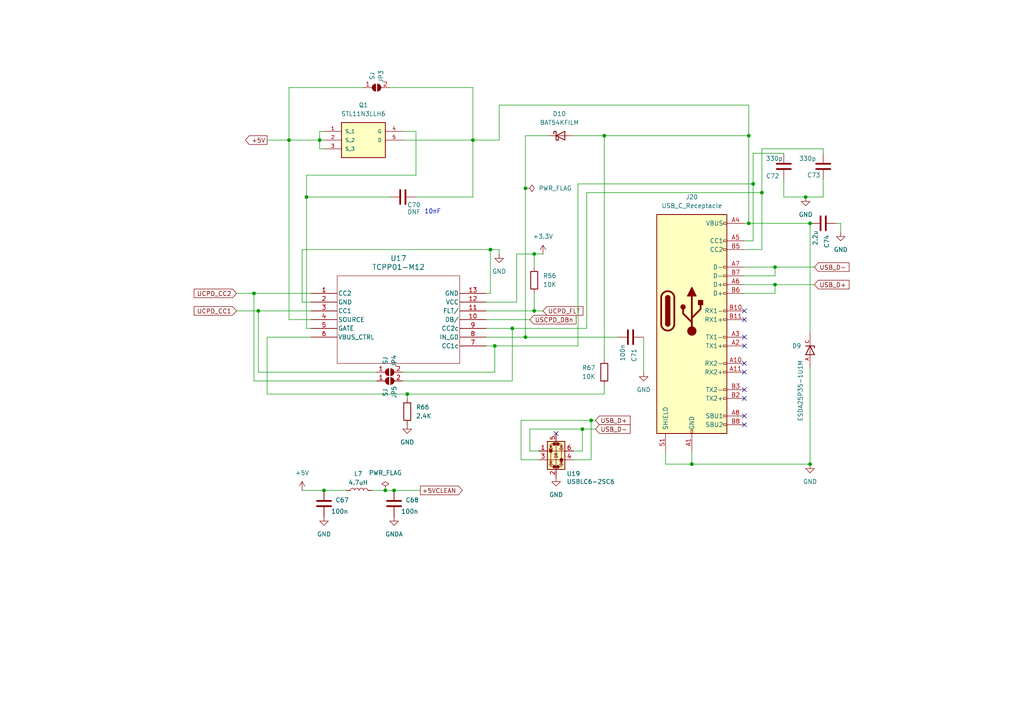
<source format=kicad_sch>
(kicad_sch (version 20250114) (generator "eeschema") (generator_version "9.0")
  (paper "A4")
  (lib_symbols
    (symbol "Connector:USB_C_Receptacle" (pin_names (offset 1.016))
      (property "Reference" "J" (at -10.16 29.21 0))
      (property "Value" "USB_C_Receptacle" (at 10.16 29.21 0))
      (symbol "USB_C_Receptacle_0_0"
        (rectangle (start -0.254 -35.56) (end 0.254 -34.544))
        (rectangle (start 10.16 25.654) (end 9.144 25.146))
        (rectangle (start 10.16 20.574) (end 9.144 20.066))
        (rectangle (start 10.16 18.034) (end 9.144 17.526))
        (rectangle (start 10.16 12.954) (end 9.144 12.446))
        (rectangle (start 10.16 10.414) (end 9.144 9.906))
        (rectangle (start 10.16 7.874) (end 9.144 7.366))
        (rectangle (start 10.16 5.334) (end 9.144 4.826))
        (rectangle (start 10.16 0.254) (end 9.144 -0.254))
        (rectangle (start 10.16 -2.286) (end 9.144 -2.794))
        (rectangle (start 10.16 -7.366) (end 9.144 -7.874))
        (rectangle (start 10.16 -9.906) (end 9.144 -10.414))
        (rectangle (start 10.16 -14.986) (end 9.144 -15.494))
        (rectangle (start 10.16 -17.526) (end 9.144 -18.034))
        (rectangle (start 10.16 -22.606) (end 9.144 -23.114))
        (rectangle (start 10.16 -25.146) (end 9.144 -25.654))
        (rectangle (start 10.16 -30.226) (end 9.144 -30.734))
        (rectangle (start 10.16 -32.766) (end 9.144 -33.274))
      )
      (symbol "USB_C_Receptacle_0_1"
        (rectangle (start -10.16 27.94) (end 10.16 -35.56) (stroke (width 0.254)) (fill (type background)))
        (polyline (pts (xy -8.89 -3.81) (xy -8.89 3.81)) (stroke (width 0.508)))
        (rectangle (start -7.62 -3.81) (end -6.35 3.81) (stroke (width 0.254)) (fill (type outline)))
        (arc (start -7.62 3.81) (mid -6.985 4.4423) (end -6.35 3.81) (stroke (width 0.254)))
        (arc (start -7.62 3.81) (mid -6.985 4.4423) (end -6.35 3.81) (stroke (width 0.254)) (fill (type outline)))
        (arc (start -8.89 3.81) (mid -6.985 5.7067) (end -5.08 3.81) (stroke (width 0.508)))
        (arc (start -5.08 -3.81) (mid -6.985 -5.7067) (end -8.89 -3.81) (stroke (width 0.508)))
        (arc (start -6.35 -3.81) (mid -6.985 -4.4423) (end -7.62 -3.81) (stroke (width 0.254)))
        (arc (start -6.35 -3.81) (mid -6.985 -4.4423) (end -7.62 -3.81) (stroke (width 0.254)) (fill (type outline)))
        (polyline (pts (xy -5.08 3.81) (xy -5.08 -3.81)) (stroke (width 0.508)))
      )
      (symbol "USB_C_Receptacle_1_1"
        (circle (center -2.54 1.143) (radius 0.635) (stroke (width 0.254)) (fill (type outline)))
        (polyline (pts (xy -1.27 4.318) (xy 0 6.858) (xy 1.27 4.318) (xy -1.27 4.318)) (stroke (width 0.254)) (fill (type outline)))
        (polyline (pts (xy 0 -2.032) (xy 2.54 0.508) (xy 2.54 1.778)) (stroke (width 0.508)))
        (polyline (pts (xy 0 -3.302) (xy -2.54 -0.762) (xy -2.54 0.508)) (stroke (width 0.508)))
        (polyline (pts (xy 0 -5.842) (xy 0 4.318)) (stroke (width 0.508)))
        (circle (center 0 -5.842) (radius 1.27) (fill (type outline)))
        (rectangle (start 1.905 1.778) (end 3.175 3.048) (stroke (width 0.254)) (fill (type outline)))
        (pin passive line (at -7.62 -40.64 90) (length 5.08) (name "SHIELD") (number "S1"))
        (pin passive line (at 0 -40.64 90) (length 5.08) (name "GND") (number "A1"))
        (pin passive line (at 0 -40.64 90) (length 5.08) (hide yes) (name "GND") (number "A12"))
        (pin passive line (at 0 -40.64 90) (length 5.08) (hide yes) (name "GND") (number "B1"))
        (pin passive line (at 0 -40.64 90) (length 5.08) (hide yes) (name "GND") (number "B12"))
        (pin passive line (at 15.24 25.4 180) (length 5.08) (name "VBUS") (number "A4"))
        (pin passive line (at 15.24 25.4 180) (length 5.08) (hide yes) (name "VBUS") (number "A9"))
        (pin passive line (at 15.24 25.4 180) (length 5.08) (hide yes) (name "VBUS") (number "B4"))
        (pin passive line (at 15.24 25.4 180) (length 5.08) (hide yes) (name "VBUS") (number "B9"))
        (pin bidirectional line (at 15.24 20.32 180) (length 5.08) (name "CC1") (number "A5"))
        (pin bidirectional line (at 15.24 17.78 180) (length 5.08) (name "CC2") (number "B5"))
        (pin bidirectional line (at 15.24 12.7 180) (length 5.08) (name "D-") (number "A7"))
        (pin bidirectional line (at 15.24 10.16 180) (length 5.08) (name "D-") (number "B7"))
        (pin bidirectional line (at 15.24 7.62 180) (length 5.08) (name "D+") (number "A6"))
        (pin bidirectional line (at 15.24 5.08 180) (length 5.08) (name "D+") (number "B6"))
        (pin bidirectional line (at 15.24 0 180) (length 5.08) (name "RX1-") (number "B10"))
        (pin bidirectional line (at 15.24 -2.54 180) (length 5.08) (name "RX1+") (number "B11"))
        (pin bidirectional line (at 15.24 -7.62 180) (length 5.08) (name "TX1-") (number "A3"))
        (pin bidirectional line (at 15.24 -10.16 180) (length 5.08) (name "TX1+") (number "A2"))
        (pin bidirectional line (at 15.24 -15.24 180) (length 5.08) (name "RX2-") (number "A10"))
        (pin bidirectional line (at 15.24 -17.78 180) (length 5.08) (name "RX2+") (number "A11"))
        (pin bidirectional line (at 15.24 -22.86 180) (length 5.08) (name "TX2-") (number "B3"))
        (pin bidirectional line (at 15.24 -25.4 180) (length 5.08) (name "TX2+") (number "B2"))
        (pin bidirectional line (at 15.24 -30.48 180) (length 5.08) (name "SBU1") (number "A8"))
        (pin bidirectional line (at 15.24 -33.02 180) (length 5.08) (name "SBU2") (number "B8"))
      )
    )
    (symbol "Device:C" (pin_numbers (hide yes)) (pin_names (offset 0.254))
      (property "Reference" "C" (at 0.635 2.54 0))
      (property "Value" "C" (at 0.635 -2.54 0))
      (symbol "C_0_1"
        (polyline (pts (xy -2.032 0.762) (xy 2.032 0.762)) (stroke (width 0.508)))
        (polyline (pts (xy -2.032 -0.762) (xy 2.032 -0.762)) (stroke (width 0.508)))
      )
      (symbol "C_1_1"
        (pin passive line (at 0 3.81 270) (length 2.794) (name "~") (number "1"))
        (pin passive line (at 0 -3.81 90) (length 2.794) (name "~") (number "2"))
      )
    )
    (symbol "Device:D_Schottky" (pin_numbers (hide yes)) (pin_names (offset 1.016) (hide yes))
      (property "Reference" "D" (at 0 2.54 0))
      (property "Value" "D_Schottky" (at 0 -2.54 0))
      (symbol "D_Schottky_0_1"
        (polyline (pts (xy -1.905 0.635) (xy -1.905 1.27) (xy -1.27 1.27) (xy -1.27 -1.27) (xy -0.635 -1.27) (xy -0.635 -0.635)) (stroke (width 0.254)))
        (polyline (pts (xy 1.27 1.27) (xy 1.27 -1.27) (xy -1.27 0) (xy 1.27 1.27)) (stroke (width 0.254)))
        (polyline (pts (xy 1.27 0) (xy -1.27 0)))
      )
      (symbol "D_Schottky_1_1"
        (pin passive line (at -3.81 0 0) (length 2.54) (name "K") (number "1"))
        (pin passive line (at 3.81 0 180) (length 2.54) (name "A") (number "2"))
      )
    )
    (symbol "Device:L" (pin_numbers (hide yes)) (pin_names (offset 1.016) (hide yes))
      (property "Reference" "L" (at -1.27 0 90))
      (property "Value" "L" (at 1.905 0 90))
      (symbol "L_0_1"
        (arc (start 0 2.54) (mid 0.6323 1.905) (end 0 1.27))
        (arc (start 0 1.27) (mid 0.6323 0.635) (end 0 0))
        (arc (start 0 0) (mid 0.6323 -0.635) (end 0 -1.27))
        (arc (start 0 -1.27) (mid 0.6323 -1.905) (end 0 -2.54))
      )
      (symbol "L_1_1"
        (pin passive line (at 0 3.81 270) (length 1.27) (name "1") (number "1"))
        (pin passive line (at 0 -3.81 90) (length 1.27) (name "2") (number "2"))
      )
    )
    (symbol "Device:R" (pin_numbers (hide yes)) (pin_names (offset 0))
      (property "Reference" "R" (at 2.032 0 90))
      (property "Value" "R" (at 0 0 90))
      (symbol "R_0_1"
        (rectangle (start -1.016 -2.54) (end 1.016 2.54) (stroke (width 0.254)))
      )
      (symbol "R_1_1"
        (pin passive line (at 0 3.81 270) (length 1.27) (name "~") (number "1"))
        (pin passive line (at 0 -3.81 90) (length 1.27) (name "~") (number "2"))
      )
    )
    (symbol "GND_1" (power) (pin_numbers (hide yes)) (pin_names (offset 0) (hide yes))
      (property "Value" "GND" (at 0 -3.81 0))
      (symbol "GND_1_0_1"
        (polyline (pts (xy 0 0) (xy 0 -1.27) (xy 1.27 -1.27) (xy 0 -2.54) (xy -1.27 -1.27) (xy 0 -1.27)))
      )
      (symbol "GND_1_1_1"
        (pin power_in line (at 0 0 270) (length 0) (name "~") (number "1"))
      )
    )
    (symbol "GND_2" (power) (pin_numbers (hide yes)) (pin_names (offset 0) (hide yes))
      (property "Value" "GND" (at 0 -3.81 0))
      (symbol "GND_2_0_1"
        (polyline (pts (xy 0 0) (xy 0 -1.27) (xy 1.27 -1.27) (xy 0 -2.54) (xy -1.27 -1.27) (xy 0 -1.27)))
      )
      (symbol "GND_2_1_1"
        (pin power_in line (at 0 0 270) (length 0) (name "~") (number "1"))
      )
    )
    (symbol "GND_3" (power) (pin_numbers (hide yes)) (pin_names (offset 0) (hide yes))
      (property "Value" "GND" (at 0 -3.81 0))
      (symbol "GND_3_0_1"
        (polyline (pts (xy 0 0) (xy 0 -1.27) (xy 1.27 -1.27) (xy 0 -2.54) (xy -1.27 -1.27) (xy 0 -1.27)))
      )
      (symbol "GND_3_1_1"
        (pin power_in line (at 0 0 270) (length 0) (name "~") (number "1"))
      )
    )
    (symbol "GND_4" (power) (pin_numbers (hide yes)) (pin_names (offset 0) (hide yes))
      (property "Value" "GND" (at 0 -3.81 0))
      (symbol "GND_4_0_1"
        (polyline (pts (xy 0 0) (xy 0 -1.27) (xy 1.27 -1.27) (xy 0 -2.54) (xy -1.27 -1.27) (xy 0 -1.27)))
      )
      (symbol "GND_4_1_1"
        (pin power_in line (at 0 0 270) (length 0) (name "~") (number "1"))
      )
    )
    (symbol "GND_5" (power) (pin_numbers (hide yes)) (pin_names (offset 0) (hide yes))
      (property "Value" "GND" (at 0 -3.81 0))
      (symbol "GND_5_0_1"
        (polyline (pts (xy 0 0) (xy 0 -1.27) (xy 1.27 -1.27) (xy 0 -2.54) (xy -1.27 -1.27) (xy 0 -1.27)))
      )
      (symbol "GND_5_1_1"
        (pin power_in line (at 0 0 270) (length 0) (name "~") (number "1"))
      )
    )
    (symbol "GND_6" (power) (pin_numbers (hide yes)) (pin_names (offset 0) (hide yes))
      (property "Value" "GND" (at 0 -3.81 0))
      (symbol "GND_6_0_1"
        (polyline (pts (xy 0 0) (xy 0 -1.27) (xy 1.27 -1.27) (xy 0 -2.54) (xy -1.27 -1.27) (xy 0 -1.27)))
      )
      (symbol "GND_6_1_1"
        (pin power_in line (at 0 0 270) (length 0) (name "~") (number "1"))
      )
    )
    (symbol "GND_7" (power) (pin_numbers (hide yes)) (pin_names (offset 0) (hide yes))
      (property "Value" "GND" (at 0 -3.81 0))
      (symbol "GND_7_0_1"
        (polyline (pts (xy 0 0) (xy 0 -1.27) (xy 1.27 -1.27) (xy 0 -2.54) (xy -1.27 -1.27) (xy 0 -1.27)))
      )
      (symbol "GND_7_1_1"
        (pin power_in line (at 0 0 270) (length 0) (name "~") (number "1"))
      )
    )
    (symbol "Power_Protection:USBLC6-2SC6" (pin_names (hide yes))
      (property "Reference" "U" (at 0.635 5.715 0))
      (property "Value" "USBLC6-2SC6" (at 0.635 3.81 0))
      (symbol "USBLC6-2SC6_0_0"
        (circle (center -1.524 0) (radius 0.0001) (stroke (width 0.508)))
        (circle (center -0.508 2.032) (radius 0.0001) (stroke (width 0.508)))
        (circle (center -0.508 -4.572) (radius 0.0001) (stroke (width 0.508)))
        (circle (center 0.508 2.032) (radius 0.0001) (stroke (width 0.508)))
        (circle (center 0.508 -4.572) (radius 0.0001) (stroke (width 0.508)))
        (circle (center 1.524 -2.54) (radius 0.0001) (stroke (width 0.508)))
      )
      (symbol "USBLC6-2SC6_0_1"
        (polyline (pts (xy -2.54 0) (xy 2.54 0)))
        (polyline (pts (xy -2.54 -2.54) (xy 2.54 -2.54)))
        (polyline (pts (xy -2.032 0.508) (xy -1.016 0.508) (xy -1.524 1.524) (xy -2.032 0.508)))
        (polyline (pts (xy -2.032 -3.048) (xy -1.016 -3.048)))
        (polyline (pts (xy -1.016 1.524) (xy -2.032 1.524)))
        (polyline (pts (xy -1.016 -4.064) (xy -2.032 -4.064) (xy -1.524 -3.048) (xy -1.016 -4.064)))
        (polyline (pts (xy -0.508 -1.143) (xy -0.508 -0.762) (xy 0.508 -0.762)))
        (polyline (pts (xy 0 2.54) (xy -0.508 2.032) (xy 0.508 2.032) (xy 0 1.524) (xy 0 -4.064) (xy -0.508 -4.572) (xy 0.508 -4.572) (xy 0 -5.08)))
        (polyline (pts (xy 0.508 -1.778) (xy -0.508 -1.778) (xy 0 -0.762) (xy 0.508 -1.778)))
        (polyline (pts (xy 1.016 1.524) (xy 2.032 1.524)))
        (polyline (pts (xy 1.016 -3.048) (xy 2.032 -3.048)))
        (polyline (pts (xy 2.032 0.508) (xy 1.016 0.508) (xy 1.524 1.524) (xy 2.032 0.508)))
        (polyline (pts (xy 2.032 -4.064) (xy 1.016 -4.064) (xy 1.524 -3.048) (xy 2.032 -4.064)))
      )
      (symbol "USBLC6-2SC6_1_1"
        (rectangle (start -2.54 2.794) (end 2.54 -5.334) (stroke (width 0.254)) (fill (type background)))
        (polyline (pts (xy -0.508 2.032) (xy -1.524 2.032) (xy -1.524 -4.572) (xy -0.508 -4.572)))
        (polyline (pts (xy 0.508 -4.572) (xy 1.524 -4.572) (xy 1.524 2.032) (xy 0.508 2.032)))
        (pin passive line (at -5.08 0 0) (length 2.54) (name "I/O1") (number "1"))
        (pin passive line (at -5.08 -2.54 0) (length 2.54) (name "I/O2") (number "3"))
        (pin passive line (at 0 5.08 270) (length 2.54) (name "VBUS") (number "5"))
        (pin passive line (at 0 -7.62 90) (length 2.54) (name "GND") (number "2"))
        (pin passive line (at 5.08 0 180) (length 2.54) (name "I/O1") (number "6"))
        (pin passive line (at 5.08 -2.54 180) (length 2.54) (name "I/O2") (number "4"))
      )
    )
    (symbol "SolderJumper_2_Open_1" (pin_names (offset 0) (hide yes))
      (property "Reference" "JP" (at 0 2.032 0))
      (property "Value" "SolderJumper_2_Open" (at 0 -2.54 0))
      (symbol "SolderJumper_2_Open_1_0_1"
        (polyline (pts (xy -0.254 1.016) (xy -0.254 -1.016)))
        (arc (start -0.254 -1.016) (mid -1.2656 0) (end -0.254 1.016))
        (arc (start -0.254 -1.016) (mid -1.2656 0) (end -0.254 1.016) (fill (type outline)))
        (arc (start 0.254 1.016) (mid 1.2656 0) (end 0.254 -1.016))
        (arc (start 0.254 1.016) (mid 1.2656 0) (end 0.254 -1.016) (fill (type outline)))
        (polyline (pts (xy 0.254 1.016) (xy 0.254 -1.016)))
      )
      (symbol "SolderJumper_2_Open_1_1_1"
        (pin passive line (at -3.81 0 0) (length 2.54) (name "A") (number "1"))
        (pin passive line (at 3.81 0 180) (length 2.54) (name "B") (number "2"))
      )
    )
    (symbol "USBLabTool:ESDA25P35-1U1M" (pin_names (offset 1.016))
      (property "Reference" "D" (at -5.0835 2.4159 0))
      (property "Value" "ESDA25P35-1U1M" (at -5.0854 -4.9611 0))
      (symbol "ESDA25P35-1U1M_0_0"
        (polyline (pts (xy -1.27 0) (xy -1.27 1.27)) (stroke (width 0.254)))
        (polyline (pts (xy -1.27 0) (xy 1.27 -1.27)) (stroke (width 0.254)))
        (polyline (pts (xy -1.27 -1.27) (xy -1.27 0)) (stroke (width 0.254)))
        (polyline (pts (xy -0.635 -1.27) (xy -1.27 -1.27)) (stroke (width 0.254)))
        (polyline (pts (xy 1.27 1.27) (xy -1.27 0)) (stroke (width 0.254)))
        (polyline (pts (xy 1.27 -1.27) (xy 1.27 1.27)) (stroke (width 0.254)))
        (pin passive line (at -5.08 0 0) (length 5.08) (name "~") (number "C"))
        (pin passive line (at 5.08 0 180) (length 5.08) (name "~") (number "A"))
      )
    )
    (symbol "USBLabTool:STL11N3LLH6" (pin_names (offset 1.016))
      (property "Reference" "Q" (at 19.05 7.62 0))
      (property "Value" "STL11N3LLH6" (at 19.05 5.08 0))
      (symbol "STL11N3LLH6_0_0"
        (rectangle (start 5.08 2.54) (end 17.78 -7.62) (stroke (width 0.254)) (fill (type background)))
      )
      (symbol "STL11N3LLH6_1_0"
        (pin passive line (at 0 0 0) (length 5.08) (name "S_1") (number "1"))
        (pin passive line (at 0 -2.54 0) (length 5.08) (name "S_2") (number "2"))
        (pin passive line (at 0 -5.08 0) (length 5.08) (name "S_3") (number "3"))
        (pin passive line (at 22.86 0 180) (length 5.08) (name "G") (number "4"))
        (pin passive line (at 22.86 -2.54 180) (length 5.08) (name "D") (number "5"))
      )
    )
    (symbol "USBLabTool:TCPP01-M12" (pin_names (offset 0.254))
      (property "Reference" "U" (at 25.4 10.16 0))
      (property "Value" "TCPP01-M12" (at 25.4 7.62 0))
      (symbol "TCPP01-M12_0_1"
        (polyline (pts (xy 7.62 5.08) (xy 7.62 -20.32)) (stroke (width 0.127)))
        (polyline (pts (xy 7.62 -20.32) (xy 43.18 -20.32)) (stroke (width 0.127)))
        (polyline (pts (xy 43.18 5.08) (xy 7.62 5.08)) (stroke (width 0.127)))
        (polyline (pts (xy 43.18 -20.32) (xy 43.18 5.08)) (stroke (width 0.127)))
        (pin bidirectional line (at 0 0 0) (length 7.62) (name "CC2") (number "1"))
        (pin bidirectional line (at 0 -5.08 0) (length 7.62) (name "CC1") (number "3"))
        (pin power_in line (at 50.8 -2.54 180) (length 7.62) (name "VCC") (number "12"))
        (pin bidirectional line (at 50.8 -10.16 180) (length 7.62) (name "CC2c") (number "9"))
        (pin bidirectional line (at 50.8 -15.24 180) (length 7.62) (name "CC1c") (number "7"))
      )
      (symbol "TCPP01-M12_1_1"
        (pin power_in line (at 0 -2.54 0) (length 7.62) (name "GND") (number "2"))
        (pin power_out line (at 0 -7.62 0) (length 7.62) (name "SOURCE") (number "4"))
        (pin output line (at 0 -10.16 0) (length 7.62) (name "GATE") (number "5"))
        (pin input line (at 0 -12.7 0) (length 7.62) (name "VBUS_CTRL") (number "6"))
        (pin power_in line (at 50.8 0 180) (length 7.62) (name "GND") (number "13"))
        (pin output line (at 50.8 -5.08 180) (length 7.62) (name "FLT/") (number "11"))
        (pin input line (at 50.8 -7.62 180) (length 7.62) (name "DB/") (number "10"))
        (pin power_in line (at 50.8 -12.7 180) (length 7.62) (name "IN_GD") (number "8"))
      )
    )
    (symbol "power:+3.3V" (power) (pin_numbers (hide yes)) (pin_names (offset 0) (hide yes))
      (property "Value" "+3.3V" (at 0 3.556 0))
      (symbol "+3.3V_0_1"
        (polyline (pts (xy -0.762 1.27) (xy 0 2.54)))
        (polyline (pts (xy 0 2.54) (xy 0.762 1.27)))
        (polyline (pts (xy 0 0) (xy 0 2.54)))
      )
      (symbol "+3.3V_1_1"
        (pin power_in line (at 0 0 90) (length 0) (name "~") (number "1"))
      )
    )
    (symbol "power:+5V" (power) (pin_numbers (hide yes)) (pin_names (offset 0) (hide yes))
      (property "Value" "+5V" (at 0 3.556 0))
      (symbol "+5V_0_1"
        (polyline (pts (xy -0.762 1.27) (xy 0 2.54)))
        (polyline (pts (xy 0 2.54) (xy 0.762 1.27)))
        (polyline (pts (xy 0 0) (xy 0 2.54)))
      )
      (symbol "+5V_1_1"
        (pin power_in line (at 0 0 90) (length 0) (name "~") (number "1"))
      )
    )
    (symbol "power:GND" (power) (pin_numbers (hide yes)) (pin_names (offset 0) (hide yes))
      (property "Value" "GND" (at 0 -3.81 0))
      (symbol "GND_0_1"
        (polyline (pts (xy 0 0) (xy 0 -1.27) (xy 1.27 -1.27) (xy 0 -2.54) (xy -1.27 -1.27) (xy 0 -1.27)))
      )
      (symbol "GND_1_1"
        (pin power_in line (at 0 0 270) (length 0) (name "~") (number "1"))
      )
    )
    (symbol "power:GNDA" (power) (pin_numbers (hide yes)) (pin_names (offset 0) (hide yes))
      (property "Value" "GNDA" (at 0 -3.81 0))
      (symbol "GNDA_0_1"
        (polyline (pts (xy 0 0) (xy 0 -1.27) (xy 1.27 -1.27) (xy 0 -2.54) (xy -1.27 -1.27) (xy 0 -1.27)))
      )
      (symbol "GNDA_1_1"
        (pin power_in line (at 0 0 270) (length 0) (name "~") (number "1"))
      )
    )
    (symbol "power:PWR_FLAG" (power) (pin_numbers (hide yes)) (pin_names (offset 0) (hide yes))
      (property "Value" "PWR_FLAG" (at 0 3.81 0))
      (symbol "PWR_FLAG_0_0"
        (pin power_out line (at 0 0 90) (length 0) (name "~") (number "1"))
      )
      (symbol "PWR_FLAG_0_1"
        (polyline (pts (xy 0 0) (xy 0 1.27) (xy -1.016 1.905) (xy 0 2.54) (xy 1.016 1.905) (xy 0 1.27)))
      )
    )
  )
  (text "10nF" (at 125.476 61.468 0) (effects (font (size 1.27 1.27))))
  (junction (at 234.95 134.62))
  (junction (at 93.98 142.24))
  (junction (at 111.76 142.24))
  (junction (at 224.79 77.47))
  (junction (at 154.94 73.66))
  (junction (at 143.51 100.33))
  (junction (at 220.98 55.88))
  (junction (at 154.94 90.17))
  (junction (at 217.17 39.37))
  (junction (at 118.11 114.3))
  (junction (at 152.4 54.61))
  (junction (at 148.59 95.25))
  (junction (at 114.3 142.24))
  (junction (at 83.82 40.64))
  (junction (at 137.16 40.64))
  (junction (at 74.93 90.17))
  (junction (at 224.79 82.55))
  (junction (at 168.91 124.46))
  (junction (at 171.45 121.92))
  (junction (at 88.9 57.15))
  (junction (at 175.26 39.37))
  (junction (at 217.17 64.77))
  (junction (at 218.44 53.34))
  (junction (at 233.68 57.15))
  (junction (at 142.24 72.39))
  (junction (at 152.4 97.79))
  (junction (at 234.95 64.77))
  (junction (at 92.71 40.64))
  (junction (at 200.66 134.62))
  (junction (at 73.66 85.09))
  (no_connect (at 215.9 107.95))
  (no_connect (at 215.9 105.41))
  (no_connect (at 215.9 113.03))
  (no_connect (at 215.9 92.71))
  (no_connect (at 215.9 90.17))
  (no_connect (at 215.9 123.19))
  (no_connect (at 215.9 120.65))
  (no_connect (at 215.9 97.79))
  (no_connect (at 161.29 125.73))
  (no_connect (at 215.9 115.57))
  (no_connect (at 215.9 100.33))
  (wire (pts (xy 77.47 97.79) (xy 90.17 97.79)))
  (wire (pts (xy 83.82 40.64) (xy 92.71 40.64)))
  (wire (pts (xy 243.84 64.77) (xy 242.57 64.77)))
  (wire (pts (xy 93.98 142.24) (xy 100.33 142.24)))
  (wire (pts (xy 220.98 55.88) (xy 170.18 55.88)))
  (wire (pts (xy 217.17 30.48) (xy 217.17 39.37)))
  (wire (pts (xy 148.59 95.25) (xy 170.18 95.25)))
  (wire (pts (xy 166.37 130.81) (xy 168.91 130.81)))
  (wire (pts (xy 151.13 133.35) (xy 151.13 121.92)))
  (wire (pts (xy 152.4 39.37) (xy 158.75 39.37)))
  (wire (pts (xy 234.95 64.77) (xy 234.95 96.52)))
  (wire (pts (xy 220.98 72.39) (xy 220.98 55.88)))
  (wire (pts (xy 171.45 133.35) (xy 171.45 121.92)))
  (wire (pts (xy 238.76 52.07) (xy 238.76 57.15)))
  (wire (pts (xy 118.11 114.3) (xy 175.26 114.3)))
  (wire (pts (xy 215.9 64.77) (xy 217.17 64.77)))
  (wire (pts (xy 116.84 40.64) (xy 137.16 40.64)))
  (wire (pts (xy 149.86 73.66) (xy 149.86 87.63)))
  (wire (pts (xy 153.67 130.81) (xy 153.67 124.46)))
  (wire (pts (xy 217.17 64.77) (xy 217.17 39.37)))
  (wire (pts (xy 224.79 80.01) (xy 224.79 77.47)))
  (wire (pts (xy 137.16 40.64) (xy 144.78 40.64)))
  (wire (pts (xy 73.66 85.09) (xy 90.17 85.09)))
  (wire (pts (xy 166.37 133.35) (xy 171.45 133.35)))
  (wire (pts (xy 243.84 64.77) (xy 243.84 67.31)))
  (wire (pts (xy 152.4 97.79) (xy 179.07 97.79)))
  (wire (pts (xy 166.37 39.37) (xy 175.26 39.37)))
  (wire (pts (xy 144.78 30.48) (xy 217.17 30.48)))
  (wire (pts (xy 224.79 77.47) (xy 236.22 77.47)))
  (wire (pts (xy 74.93 90.17) (xy 90.17 90.17)))
  (wire (pts (xy 73.66 85.09) (xy 73.66 110.49)))
  (wire (pts (xy 200.66 134.62) (xy 234.95 134.62)))
  (wire (pts (xy 111.76 142.24) (xy 114.3 142.24)))
  (wire (pts (xy 215.9 77.47) (xy 224.79 77.47)))
  (wire (pts (xy 152.4 39.37) (xy 152.4 54.61)))
  (wire (pts (xy 233.68 57.15) (xy 238.76 57.15)))
  (wire (pts (xy 140.97 100.33) (xy 143.51 100.33)))
  (wire (pts (xy 170.18 55.88) (xy 170.18 95.25)))
  (wire (pts (xy 227.33 52.07) (xy 227.33 57.15)))
  (wire (pts (xy 143.51 100.33) (xy 143.51 107.95)))
  (wire (pts (xy 87.63 142.24) (xy 93.98 142.24)))
  (wire (pts (xy 224.79 85.09) (xy 224.79 82.55)))
  (wire (pts (xy 154.94 90.17) (xy 157.48 90.17)))
  (wire (pts (xy 220.98 55.88) (xy 220.98 43.18)))
  (wire (pts (xy 218.44 69.85) (xy 218.44 53.34)))
  (wire (pts (xy 218.44 44.45) (xy 227.33 44.45)))
  (wire (pts (xy 113.03 25.4) (xy 137.16 25.4)))
  (wire (pts (xy 88.9 50.8) (xy 88.9 57.15)))
  (wire (pts (xy 215.9 69.85) (xy 218.44 69.85)))
  (wire (pts (xy 107.95 142.24) (xy 111.76 142.24)))
  (wire (pts (xy 200.66 134.62) (xy 193.04 134.62)))
  (wire (pts (xy 149.86 73.66) (xy 154.94 73.66)))
  (wire (pts (xy 175.26 39.37) (xy 175.26 104.14)))
  (wire (pts (xy 88.9 57.15) (xy 88.9 95.25)))
  (wire (pts (xy 156.21 130.81) (xy 153.67 130.81)))
  (wire (pts (xy 92.71 38.1) (xy 92.71 40.64)))
  (wire (pts (xy 227.33 57.15) (xy 233.68 57.15)))
  (wire (pts (xy 218.44 53.34) (xy 218.44 44.45)))
  (wire (pts (xy 151.13 121.92) (xy 171.45 121.92)))
  (wire (pts (xy 156.21 133.35) (xy 151.13 133.35)))
  (wire (pts (xy 186.69 97.79) (xy 186.69 107.95)))
  (wire (pts (xy 137.16 25.4) (xy 137.16 40.64)))
  (wire (pts (xy 175.26 39.37) (xy 217.17 39.37)))
  (wire (pts (xy 215.9 85.09) (xy 224.79 85.09)))
  (wire (pts (xy 217.17 64.77) (xy 234.95 64.77)))
  (wire (pts (xy 154.94 73.66) (xy 154.94 77.47)))
  (wire (pts (xy 175.26 111.76) (xy 175.26 114.3)))
  (wire (pts (xy 114.3 142.24) (xy 121.92 142.24)))
  (wire (pts (xy 68.58 90.17) (xy 74.93 90.17)))
  (wire (pts (xy 77.47 97.79) (xy 77.47 114.3)))
  (wire (pts (xy 120.65 38.1) (xy 116.84 38.1)))
  (wire (pts (xy 88.9 50.8) (xy 120.65 50.8)))
  (wire (pts (xy 200.66 130.81) (xy 200.66 134.62)))
  (wire (pts (xy 144.78 73.66) (xy 144.78 72.39)))
  (wire (pts (xy 92.71 40.64) (xy 92.71 43.18)))
  (wire (pts (xy 142.24 85.09) (xy 140.97 85.09)))
  (wire (pts (xy 215.9 82.55) (xy 224.79 82.55)))
  (wire (pts (xy 92.71 43.18) (xy 93.98 43.18)))
  (wire (pts (xy 74.93 90.17) (xy 74.93 107.95)))
  (wire (pts (xy 144.78 40.64) (xy 144.78 30.48)))
  (wire (pts (xy 120.65 50.8) (xy 120.65 38.1)))
  (wire (pts (xy 87.63 87.63) (xy 90.17 87.63)))
  (wire (pts (xy 77.47 114.3) (xy 118.11 114.3)))
  (wire (pts (xy 238.76 43.18) (xy 238.76 44.45)))
  (wire (pts (xy 73.66 110.49) (xy 109.22 110.49)))
  (wire (pts (xy 68.58 85.09) (xy 73.66 85.09)))
  (wire (pts (xy 142.24 72.39) (xy 142.24 85.09)))
  (wire (pts (xy 120.65 57.15) (xy 137.16 57.15)))
  (wire (pts (xy 220.98 43.18) (xy 238.76 43.18)))
  (wire (pts (xy 116.84 110.49) (xy 148.59 110.49)))
  (wire (pts (xy 83.82 92.71) (xy 90.17 92.71)))
  (wire (pts (xy 154.94 85.09) (xy 154.94 90.17)))
  (wire (pts (xy 154.94 73.66) (xy 157.48 73.66)))
  (wire (pts (xy 87.63 72.39) (xy 142.24 72.39)))
  (wire (pts (xy 137.16 40.64) (xy 137.16 57.15)))
  (wire (pts (xy 167.64 53.34) (xy 218.44 53.34)))
  (wire (pts (xy 193.04 130.81) (xy 193.04 134.62)))
  (wire (pts (xy 77.47 40.64) (xy 83.82 40.64)))
  (wire (pts (xy 116.84 107.95) (xy 143.51 107.95)))
  (wire (pts (xy 83.82 40.64) (xy 83.82 92.71)))
  (wire (pts (xy 92.71 38.1) (xy 93.98 38.1)))
  (wire (pts (xy 234.95 134.62) (xy 234.95 106.68)))
  (wire (pts (xy 83.82 25.4) (xy 83.82 40.64)))
  (wire (pts (xy 88.9 57.15) (xy 113.03 57.15)))
  (wire (pts (xy 87.63 87.63) (xy 87.63 72.39)))
  (wire (pts (xy 90.17 95.25) (xy 88.9 95.25)))
  (wire (pts (xy 144.78 72.39) (xy 142.24 72.39)))
  (wire (pts (xy 215.9 80.01) (xy 224.79 80.01)))
  (wire (pts (xy 92.71 40.64) (xy 93.98 40.64)))
  (wire (pts (xy 168.91 130.81) (xy 168.91 124.46)))
  (wire (pts (xy 168.91 124.46) (xy 153.67 124.46)))
  (wire (pts (xy 140.97 92.71) (xy 153.67 92.71)))
  (wire (pts (xy 140.97 97.79) (xy 152.4 97.79)))
  (wire (pts (xy 74.93 107.95) (xy 109.22 107.95)))
  (wire (pts (xy 224.79 82.55) (xy 236.22 82.55)))
  (wire (pts (xy 143.51 100.33) (xy 167.64 100.33)))
  (wire (pts (xy 118.11 115.57) (xy 118.11 114.3)))
  (wire (pts (xy 140.97 90.17) (xy 154.94 90.17)))
  (wire (pts (xy 172.72 124.46) (xy 168.91 124.46)))
  (wire (pts (xy 152.4 54.61) (xy 152.4 97.79)))
  (wire (pts (xy 215.9 72.39) (xy 220.98 72.39)))
  (wire (pts (xy 171.45 121.92) (xy 172.72 121.92)))
  (wire (pts (xy 140.97 95.25) (xy 148.59 95.25)))
  (wire (pts (xy 167.64 100.33) (xy 167.64 53.34)))
  (wire (pts (xy 83.82 25.4) (xy 105.41 25.4)))
  (wire (pts (xy 140.97 87.63) (xy 149.86 87.63)))
  (wire (pts (xy 148.59 95.25) (xy 148.59 110.49)))
  (global_label "UCPD_FLT" (shape input) (at 157.48 90.17 0) (property "Intersheetrefs" "${INTERSHEET_REFS}" (effects (hide yes))))
  (global_label "USB_D-" (shape input) (at 172.72 124.46 0) (property "Intersheetrefs" "${INTERSHEET_REFS}" (effects (hide yes))))
  (global_label "UCPD_CC1" (shape input) (at 68.58 90.17 180) (property "Intersheetrefs" "${INTERSHEET_REFS}" (effects (hide yes))))
  (global_label "USCPD_DBn" (shape input) (at 153.67 92.71 0) (property "Intersheetrefs" "${INTERSHEET_REFS}" (effects (hide yes))))
  (global_label "+5VCLEAN" (shape output) (at 121.92 142.24 0) (property "Intersheetrefs" "${INTERSHEET_REFS}" (effects (hide yes))))
  (global_label "UCPD_CC2" (shape input) (at 68.58 85.09 180) (property "Intersheetrefs" "${INTERSHEET_REFS}" (effects (hide yes))))
  (global_label "USB_D+" (shape input) (at 236.22 82.55 0) (property "Intersheetrefs" "${INTERSHEET_REFS}" (effects (hide yes))))
  (global_label "USB_D+" (shape input) (at 172.72 121.92 0) (property "Intersheetrefs" "${INTERSHEET_REFS}" (effects (hide yes))))
  (global_label "+5V" (shape output) (at 77.47 40.64 180) (property "Intersheetrefs" "${INTERSHEET_REFS}" (effects (hide yes))))
  (global_label "USB_D-" (shape input) (at 236.22 77.47 0) (property "Intersheetrefs" "${INTERSHEET_REFS}" (effects (hide yes))))
  (symbol (lib_id "USBLabTool:STL11N3LLH6") (at 93.98 38.1 0) (unit 1)
    (property "Reference" "Q1" (at 105.41 30.48 0))
    (property "Value" "STL11N3LLH6" (at 105.41 33.02 0))
    (property "Footprint" "userfp:STL20N6F7" (effects (hide yes)))
    (property "Description" "MOSFET N-Ch 30V 0.006 Ohm 11A STripFET VI Deep" (effects (hide yes)))
    (property "Q_G" "17nC" (effects (hide yes)))
    (property "VENDOR1_PART_NUMBER" "511-STL11N3LLH6" (effects (hide yes)))
    (property "MANUFACTURER_NAME" "STMicroelectronics" (effects (hide yes)))
    (property "OPERATING_TEMPERATURE" "-55 to 150" (effects (hide yes)))
    (property "Package" "PowerVDFN-8 STMicroelectronics" (effects (hide yes)))
    (property "DigiKey_Part_Number" "497-11099-2-ND" (effects (hide yes)))
    (property "P_D" "50W" (effects (hide yes)))
    (property "I_D" "30V" (effects (hide yes)))
    (property "Check_prices" "https://www.snapeda.com/parts/STL11N3LLH6/STMicroelectronics/view-part/?ref=eda" (effects (hide yes)))
    (property "HEIGHT" "mm" (effects (hide yes)))
    (property "VENDOR1" "Mouser" (effects (hide yes)))
    (property "MP" "STL11N3LLH6" (effects (hide yes)))
    (property "SnapEDA_Link" "https://www.snapeda.com/parts/STL11N3LLH6/STMicroelectronics/view-part/?ref=snap" (effects (hide yes)))
    (property "RDS_ON" "6mOhm" (effects (hide yes)))
    (property "CHANNELS" "1" (effects (hide yes)))
    (property "Description_1" "N-Channel 30 V 11A (Tc) 2W (Ta), 50W (Tc) Surface Mount PowerFlat™ (3.3x3.3)" (effects (hide yes)))
    (property "TRANSISTOR_POLARITY" "N-Channel" (effects (hide yes)))
    (property "MF" "STMicroelectronics" (effects (hide yes)))
    (property "MANUFACTURER_PART_NUMBER" "STL11N3LLH6" (effects (hide yes)))
  )
  (symbol (lib_id "Device:L") (at 104.14 142.24 90) (unit 1)
    (property "Reference" "L7" (at 103.886 137.414 90))
    (property "Value" "4.7uH" (at 103.886 139.954 90))
    (property "Footprint" "Inductor_SMD:L_0603_1608Metric_Pad1.05x0.95mm_HandSolder" (effects (hide yes)))
    (property "Mouser REF" "80-L0603B470KPWFT" (effects (hide yes)))
  )
  (symbol (lib_id "Device:R") (at 118.11 119.38 0) (unit 1)
    (property "Reference" "R66" (at 120.65 118.1099 0) (effects (justify left)))
    (property "Value" "2.4K" (at 120.65 120.6499 0) (effects (justify left)))
    (property "Footprint" "Resistor_SMD:R_0603_1608Metric" (effects (hide yes)))
    (property "Description" "Resistor" (effects (hide yes)))
  )
  (symbol (lib_name "SolderJumper_2_Open_1") (lib_id "Jumper:SolderJumper_2_Open") (at 113.03 107.95 0) (unit 1)
    (property "Reference" "JP4" (at 114.3 102.87 90) (effects (justify right)))
    (property "Value" "SJ" (at 111.76 103.378 90) (effects (justify right)))
    (property "Footprint" "Jumper:SolderJumper-2_P1.3mm_Open_RoundedPad1.0x1.5mm" (effects (hide yes)))
  )
  (symbol (lib_id "Device:C") (at 238.76 64.77 270) (unit 1)
    (property "Reference" "C74" (at 239.776 68.072 0) (effects (justify left)))
    (property "Value" "2.2u" (at 236.474 66.802 0) (effects (justify left)))
    (property "Footprint" "Capacitor_SMD:C_0603_1608Metric_Pad1.08x0.95mm_HandSolder" (effects (hide yes)))
  )
  (symbol (lib_name "GND_3") (lib_id "power:GND") (at 186.69 107.95 0) (unit 1)
    (property "Reference" "#PWR0137" (effects (hide yes)))
    (property "Value" "GND" (at 186.69 113.03 0))
    (property "Description" "Power symbol creates a global label with name \"GND\" , ground" (effects (hide yes)))
  )
  (symbol (lib_id "Power_Protection:USBLC6-2SC6") (at 161.29 130.81 0) (unit 1)
    (property "Reference" "U19" (at 164.338 137.414 0) (effects (justify left)))
    (property "Value" "USBLC6-2SC6" (at 164.338 139.7 0) (effects (justify left)))
    (property "Footprint" "Package_TO_SOT_SMD:SOT-23-6" (effects (hide yes)))
    (property "Datasheet" "https://www.st.com/resource/en/datasheet/usblc6-2.pdf" (effects (hide yes)))
    (property "Description" "Very low capacitance ESD protection diode, 2 data-line, SOT-23-6" (effects (hide yes)))
  )
  (symbol (lib_id "power:GNDA") (at 114.3 149.86 0) (unit 1)
    (property "Reference" "#PWR0132" (effects (hide yes)))
    (property "Value" "GNDA" (at 114.3 154.94 0))
    (property "Description" "Power symbol creates a global label with name \"GNDA\" , analog ground" (effects (hide yes)))
  )
  (symbol (lib_id "Device:D_Schottky") (at 162.56 39.37 0) (unit 1)
    (property "Reference" "D10" (at 162.2425 33.02 0))
    (property "Value" "BAT54KFILM" (at 162.2425 35.56 0))
    (property "Footprint" "Diode_SMD:D_SOD-523" (effects (hide yes)))
    (property "Description" "Schottky diode" (effects (hide yes)))
  )
  (symbol (lib_id "power:GND") (at 118.11 123.19 0) (unit 1)
    (property "Reference" "#PWR0136" (effects (hide yes)))
    (property "Value" "GND" (at 118.11 128.27 0))
    (property "Description" "Power symbol creates a global label with name \"GND\" , ground" (effects (hide yes)))
  )
  (symbol (lib_id "Device:C") (at 238.76 48.26 180) (unit 1)
    (property "Reference" "C73" (at 237.998 50.8 0) (effects (justify left)))
    (property "Value" "330p" (at 236.728 45.974 0) (effects (justify left)))
    (property "Footprint" "Capacitor_SMD:C_0201_0603Metric_Pad0.64x0.40mm_HandSolder" (effects (hide yes)))
  )
  (symbol (lib_id "Device:C") (at 182.88 97.79 270) (unit 1)
    (property "Reference" "C71" (at 183.896 101.092 0) (effects (justify left)))
    (property "Value" "100n" (at 180.594 99.822 0) (effects (justify left)))
    (property "Footprint" "Capacitor_SMD:C_0603_1608Metric_Pad1.08x0.95mm_HandSolder" (effects (hide yes)))
  )
  (symbol (lib_id "power:PWR_FLAG") (at 111.76 142.24 0) (unit 1)
    (property "Reference" "#FLG05" (effects (hide yes)))
    (property "Value" "PWR_FLAG" (at 111.76 137.16 0))
    (property "Description" "Special symbol for telling ERC where power comes from" (effects (hide yes)))
  )
  (symbol (lib_id "power:+5V") (at 87.63 142.24 0) (unit 1)
    (property "Reference" "#PWR0130" (effects (hide yes)))
    (property "Value" "+5V" (at 87.63 137.16 0))
    (property "Description" "Power symbol creates a global label with name \"+5V\"" (effects (hide yes)))
  )
  (symbol (lib_name "GND_5") (lib_id "power:GND") (at 233.68 57.15 0) (unit 1)
    (property "Reference" "#PWR0139" (effects (hide yes)))
    (property "Value" "GND" (at 233.68 62.23 0))
    (property "Description" "Power symbol creates a global label with name \"GND\" , ground" (effects (hide yes)))
  )
  (symbol (lib_name "GND_6") (lib_id "power:GND") (at 243.84 67.31 0) (unit 1)
    (property "Reference" "#PWR0140" (effects (hide yes)))
    (property "Value" "GND" (at 243.84 72.39 0))
    (property "Description" "Power symbol creates a global label with name \"GND\" , ground" (effects (hide yes)))
  )
  (symbol (lib_id "Device:R") (at 175.26 107.95 0) (unit 1)
    (property "Reference" "R67" (at 172.72 106.6799 0) (effects (justify right)))
    (property "Value" "10K" (at 172.72 109.2199 0) (effects (justify right)))
    (property "Footprint" "Resistor_SMD:R_0603_1608Metric" (effects (hide yes)))
    (property "Description" "Resistor" (effects (hide yes)))
  )
  (symbol (lib_id "Device:C") (at 227.33 48.26 180) (unit 1)
    (property "Reference" "C72" (at 226.06 51.054 0) (effects (justify left)))
    (property "Value" "330p" (at 227.076 45.974 0) (effects (justify left)))
    (property "Footprint" "Capacitor_SMD:C_0201_0603Metric_Pad0.64x0.40mm_HandSolder" (effects (hide yes)))
  )
  (symbol (lib_name "GND_1") (lib_id "power:GND") (at 161.29 138.43 0) (unit 1)
    (property "Reference" "#PWR078" (effects (hide yes)))
    (property "Value" "GND" (at 161.29 143.51 0))
    (property "Description" "Power symbol creates a global label with name \"GND\" , ground" (effects (hide yes)))
  )
  (symbol (lib_id "Device:C") (at 93.98 146.05 0) (unit 1)
    (property "Reference" "C67" (at 97.282 145.034 0) (effects (justify left)))
    (property "Value" "100n" (at 96.012 148.336 0) (effects (justify left)))
    (property "Footprint" "Capacitor_SMD:C_0603_1608Metric_Pad1.08x0.95mm_HandSolder" (effects (hide yes)))
  )
  (symbol (lib_id "Connector:USB_C_Receptacle") (at 200.66 90.17 0) (unit 1)
    (property "Reference" "J20" (at 200.66 57.15 0))
    (property "Value" "USB_C_Receptacle" (at 200.66 59.69 0))
    (property "Footprint" "Connector_USB:USB_C_Receptacle_Amphenol_12401610E4-2A" (effects (hide yes)))
    (property "Datasheet" "https://www.usb.org/sites/default/files/documents/usb_type-c.zip" (effects (hide yes)))
    (property "Description" "USB Full-Featured Type-C Receptacle connector" (effects (hide yes)))
  )
  (symbol (lib_name "GND_4") (lib_id "power:GND") (at 144.78 73.66 0) (unit 1)
    (property "Reference" "#PWR0135" (effects (hide yes)))
    (property "Value" "GND" (at 144.78 78.74 0))
    (property "Description" "Power symbol creates a global label with name \"GND\" , ground" (effects (hide yes)))
  )
  (symbol (lib_id "Device:C") (at 114.3 146.05 0) (unit 1)
    (property "Reference" "C68" (at 117.602 145.034 0) (effects (justify left)))
    (property "Value" "100n" (at 116.332 148.336 0) (effects (justify left)))
    (property "Footprint" "Capacitor_SMD:C_0603_1608Metric_Pad1.08x0.95mm_HandSolder" (effects (hide yes)))
  )
  (symbol (lib_name "SolderJumper_2_Open_1") (lib_id "Jumper:SolderJumper_2_Open") (at 113.03 110.49 0) (mirror x) (unit 1)
    (property "Reference" "JP5" (at 114.3 115.57 90) (effects (justify right)))
    (property "Value" "SJ" (at 111.76 115.062 90) (effects (justify right)))
    (property "Footprint" "Jumper:SolderJumper-2_P1.3mm_Open_RoundedPad1.0x1.5mm" (effects (hide yes)))
  )
  (symbol (lib_id "power:PWR_FLAG") (at 152.4 54.61 270) (unit 1)
    (property "Reference" "#FLG015" (effects (hide yes)))
    (property "Value" "PWR_FLAG" (at 156.21 54.6099 90) (effects (justify left)))
    (property "Description" "Special symbol for telling ERC where power comes from" (effects (hide yes)))
  )
  (symbol (lib_name "SolderJumper_2_Open_1") (lib_id "Jumper:SolderJumper_2_Open") (at 109.22 25.4 0) (unit 1)
    (property "Reference" "JP3" (at 110.49 20.32 90) (effects (justify right)))
    (property "Value" "SJ" (at 107.95 20.828 90) (effects (justify right)))
    (property "Footprint" "Jumper:SolderJumper-2_P1.3mm_Open_RoundedPad1.0x1.5mm" (effects (hide yes)))
  )
  (symbol (lib_id "Device:R") (at 154.94 81.28 0) (unit 1)
    (property "Reference" "R56" (at 157.48 80.0099 0) (effects (justify left)))
    (property "Value" "10K" (at 157.48 82.5499 0) (effects (justify left)))
    (property "Footprint" "Resistor_SMD:R_0603_1608Metric" (effects (hide yes)))
    (property "Description" "Resistor" (effects (hide yes)))
  )
  (symbol (lib_name "GND_2") (lib_id "power:GND") (at 93.98 149.86 0) (unit 1)
    (property "Reference" "#PWR0131" (effects (hide yes)))
    (property "Value" "GND" (at 93.98 154.94 0))
    (property "Description" "Power symbol creates a global label with name \"GND\" , ground" (effects (hide yes)))
  )
  (symbol (lib_id "USBLabTool:ESDA25P35-1U1M") (at 234.95 101.6 90) (mirror x) (unit 1)
    (property "Reference" "D9" (at 232.41 100.3299 90) (effects (justify left)))
    (property "Value" "ESDA25P35-1U1M" (at 232.156 104.394 0) (effects (justify left)))
    (property "Footprint" "userfp:TVS_ESDA25P35-1U1M" (effects (hide yes)))
    (property "PARTREV" "2" (effects (hide yes)))
    (property "STANDARD" "Manufacturer Recommendations" (effects (hide yes)))
    (property "MAXIMUM_PACKAGE_HEIGHT" "0.6 mm" (effects (hide yes)))
    (property "MANUFACTURER" "STMicroelectronics" (effects (hide yes)))
  )
  (symbol (lib_id "power:+3.3V") (at 157.48 73.66 0) (unit 1)
    (property "Reference" "#PWR0156" (effects (hide yes)))
    (property "Value" "+3.3V" (at 157.48 68.58 0))
    (property "Description" "Power symbol creates a global label with name \"+3.3V\"" (effects (hide yes)))
  )
  (symbol (lib_name "GND_7") (lib_id "power:GND") (at 234.95 134.62 0) (unit 1)
    (property "Reference" "#PWR0138" (effects (hide yes)))
    (property "Value" "GND" (at 234.95 139.7 0))
    (property "Description" "Power symbol creates a global label with name \"GND\" , ground" (effects (hide yes)))
  )
  (symbol (lib_id "USBLabTool:TCPP01-M12") (at 90.17 85.09 0) (unit 1)
    (property "Reference" "U17" (at 115.57 74.93 0) (effects (font (size 1.524 1.524))))
    (property "Value" "TCPP01-M12" (at 115.57 77.47 0) (effects (font (size 1.524 1.524))))
    (property "Footprint" "userfp:QFN12_TCPP01-M12_STM" (effects (hide yes)))
    (property "Datasheet" "TCPP01-M12" (effects (hide yes)))
  )
  (symbol (lib_id "Device:C") (at 116.84 57.15 270) (unit 1)
    (property "Reference" "C70" (at 118.11 59.436 90) (effects (justify left)))
    (property "Value" "DNF" (at 118.11 61.468 90) (effects (justify left)))
    (property "Footprint" "Capacitor_SMD:C_0603_1608Metric_Pad1.08x0.95mm_HandSolder" (effects (hide yes)))
  )
)
</source>
